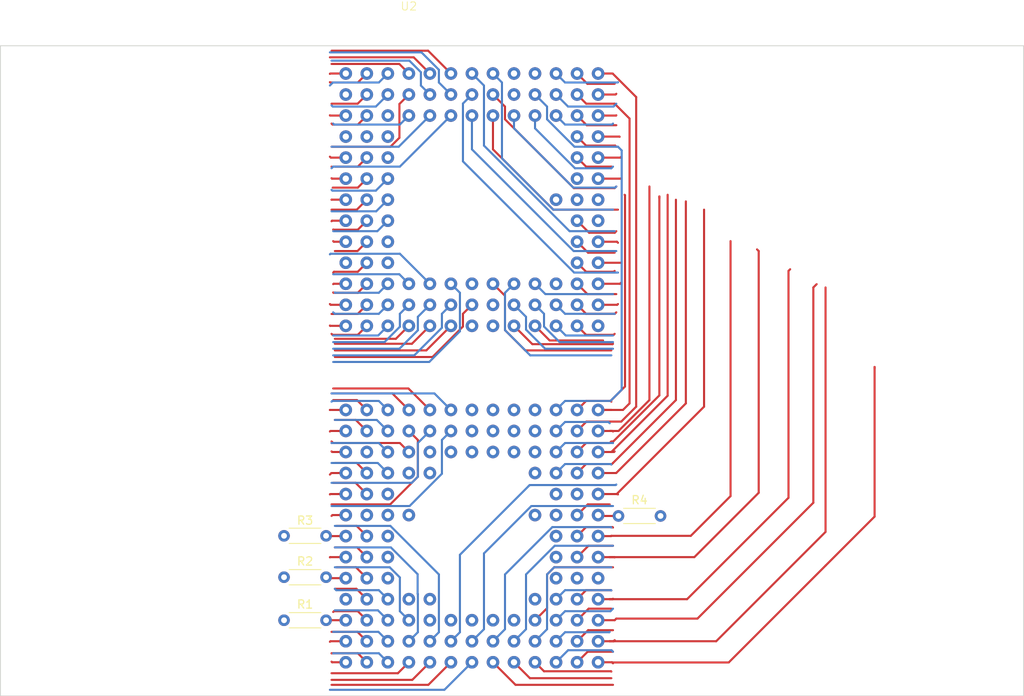
<source format=kicad_pcb>
(kicad_pcb (version 20240108) (generator "pcbnew") (generator_version "8.0")
  (layers (0 "F.Cu" signal) (1 "In1.Cu" signal) (2 "In2.Cu" signal) (31 "B.Cu" signal) (34 "B.Paste" user) (35 "F.Paste" user) (36 "B.SilkS" user "B.Silkscreen") (37 "F.SilkS" user "F.Silkscreen") (38 "B.Mask" user) (39 "F.Mask" user) (44 "Edge.Cuts" user))
  (net 0 "")
  (net 1 "VCC")
  (net 2 "Net-(U1-CBACK)")
  (net 3 "/BR")
  (net 4 "/A0")
  (net 5 "/A30")
  (net 6 "/A28")
  (net 7 "/A26")
  (net 8 "/A24")
  (net 9 "/A23")
  (net 10 "/A21")
  (net 11 "/A19")
  (net 12 "/A17")
  (net 13 "/A15")
  (net 14 "/A13")
  (net 15 "/A10")
  (net 16 "/RMC")
  (net 17 "/BG")
  (net 18 "/A31")
  (net 19 "/A29")
  (net 20 "/A27")
  (net 21 "/A25")
  (net 22 "/A22")
  (net 23 "/A20")
  (net 24 "/A16")
  (net 25 "/A14")
  (net 26 "/A12")
  (net 27 "/A8")
  (net 28 "/A7")
  (net 29 "/FC1")
  (net 31 "/BGACK")
  (net 32 "/A1")
  (net 33 "GND")
  (net 34 "/A18")
  (net 35 "/A11")
  (net 36 "/A9")
  (net 37 "/A5")
  (net 38 "/A4")
  (net 39 "/FC2")
  (net 40 "/FC0")
  (net 41 "/OCS")
  (net 42 "/A6")
  (net 43 "/A3")
  (net 44 "/A2")
  (net 45 "Net-(U1-CLK)")
  (net 46 "/AVEC")
  (net 47 "/IPEND")
  (net 48 "/DSACK0")
  (net 49 "/RESET")
  (net 50 "/DSACK1")
  (net 51 "/IPL2")
  (net 52 "/IPL1")
  (net 53 "/BERR")
  (net 54 "/HALT")
  (net 55 "Net-(U1-CDIS)")
  (net 56 "/IPL0")
  (net 57 "/AS")
  (net 61 "/DS")
  (net 62 "/SIZ0")
  (net 63 "/D5")
  (net 64 "/D1")
  (net 65 "/D0")
  (net 66 "/SIZ1")
  (net 67 "/R_W")
  (net 68 "/D30")
  (net 69 "/D10")
  (net 70 "/D7")
  (net 71 "/D4")
  (net 72 "/D2")
  (net 73 "/DBEN")
  (net 74 "/ECS")
  (net 75 "/D29")
  (net 76 "/D27")
  (net 77 "/D24")
  (net 78 "/D22")
  (net 79 "/D20")
  (net 80 "/D17")
  (net 81 "/D14")
  (net 82 "/D12")
  (net 83 "/D9")
  (net 84 "/D6")
  (net 85 "/D3")
  (net 86 "/D31")
  (net 87 "/D28")
  (net 88 "/D26")
  (net 89 "/D25")
  (net 90 "/D23")
  (net 91 "/D21")
  (net 92 "/D19")
  (net 93 "/D18")
  (net 94 "/D16")
  (net 95 "/D15")
  (net 96 "/D13")
  (net 97 "/D11")
  (net 98 "/D8")
  (net 99 "Net-(U1-CIIN)")
  (net 100 "Net-(U1-STERM)")
  (net 101 "Net-(U1-MMUDIS)")
  (footprint "Resistor_THT:R_Axial_DIN0204_L3.6mm_D1.6mm_P5.08mm_Horizontal" (layer "F.Cu") (at 119.54 110.2 180)
    (property "Reference" "R3")
    (property "Value" "R1k")
  )
  (footprint "68k:PGA114_68020" (layer "F.Cu") (at 129.54 46.734)
    (property "Reference" "U2")
    (property "Value" "68020")
  )
  (footprint "Resistor_THT:R_Axial_DIN0204_L3.6mm_D1.6mm_P5.08mm_Horizontal" (layer "F.Cu") (at 114.46 120.4)
    (property "Reference" "R1")
    (property "Value" "R1k")
  )
  (footprint "68k:PGA114_68030" (layer "F.Cu") (at 132.08 87.374)
    (property "Reference" "U1" (hide yes))
    (property "Value" "68030" (hide yes))
  )
  (footprint "Resistor_THT:R_Axial_DIN0204_L3.6mm_D1.6mm_P5.08mm_Horizontal" (layer "F.Cu") (at 114.46 115.2)
    (property "Reference" "R2")
    (property "Value" "R1k")
  )
  (footprint "Resistor_THT:R_Axial_DIN0204_L3.6mm_D1.6mm_P5.08mm_Horizontal" (layer "F.Cu") (at 154.86 107.8)
    (property "Reference" "R4")
    (property "Value" "R1k")
  )
  (gr_rect (start 80.2 51) (end 203.8 129.54) (stroke (width 0.1)) (fill none) (layer "Edge.Cuts"))
  (segment (start 121.92 115.314) (end 119.654 115.314) (width 0.25) (layer "F.Cu") (net 2))
  (segment (start 121.92 94.994) (end 120.006 94.994) (width 0.25) (layer "F.Cu") (net 3))
  (segment (start 120 95) (end 120.006 94.994) (width 0.25) (layer "F.Cu") (net 3))
  (segment (start 125.547 58.347) (end 120.347 58.347) (width 0.25) (layer "B.Cu") (net 3))
  (segment (start 120.347 58.347) (end 120.2 58.2) (width 0.25) (layer "B.Cu") (net 3))
  (segment (start 127 56.894) (end 125.547 58.347) (width 0.25) (layer "B.Cu") (net 3))
  (segment (start 124.46 94.994) (end 123.266 93.8) (width 0.25) (layer "F.Cu") (net 4))
  (segment (start 123.266 93.8) (end 120.4 93.8) (width 0.25) (layer "F.Cu") (net 4))
  (segment (start 128.453 60.521) (end 120.521 60.521) (width 0.25) (layer "B.Cu") (net 4))
  (segment (start 129.54 59.434) (end 128.453 60.521) (width 0.25) (layer "B.Cu") (net 4))
  (segment (start 120.521 60.521) (end 120.4 60.4) (width 0.25) (layer "B.Cu") (net 4))
  (segment (start 128.4 62.111251) (end 127.311251 63.2) (width 0.25) (layer "F.Cu") (net 5))
  (segment (start 128.4 58.034) (end 128.4 62.111251) (width 0.25) (layer "F.Cu") (net 5))
  (segment (start 129.54 56.894) (end 128.4 58.034) (width 0.25) (layer "F.Cu") (net 5))
  (segment (start 127.311251 63.2) (end 120.2 63.2) (width 0.25) (layer "F.Cu") (net 5))
  (segment (start 125.913 93.907) (end 120.293 93.907) (width 0.25) (layer "B.Cu") (net 5))
  (segment (start 120.293 93.907) (end 120.2 94) (width 0.25) (layer "B.Cu") (net 5))
  (segment (start 127 94.994) (end 125.913 93.907) (width 0.25) (layer "B.Cu") (net 5))
  (segment (start 129.54 54.354) (end 128.386 53.2) (width 0.25) (layer "F.Cu") (net 6))
  (segment (start 129.54 94.994) (end 127.546 93) (width 0.25) (layer "F.Cu") (net 6))
  (segment (start 128.386 53.2) (end 120.2 53.2) (width 0.25) (layer "F.Cu") (net 6))
  (segment (start 127.546 93) (end 120.2 93) (width 0.25) (layer "F.Cu") (net 6))
  (segment (start 130.126 52.4) (end 120 52.4) (width 0.25) (layer "F.Cu") (net 7))
  (segment (start 132.08 94.994) (end 129.486 92.4) (width 0.25) (layer "F.Cu") (net 7))
  (segment (start 132.08 54.354) (end 130.126 52.4) (width 0.25) (layer "F.Cu") (net 7))
  (segment (start 129.486 92.4) (end 120.4 92.4) (width 0.25) (layer "F.Cu") (net 7))
  (segment (start 133.167 55.441) (end 133.167 53.903749) (width 0.25) (layer "B.Cu") (net 8))
  (segment (start 131.063251 51.8) (end 120 51.8) (width 0.25) (layer "B.Cu") (net 8))
  (segment (start 133.167 53.903749) (end 131.063251 51.8) (width 0.25) (layer "B.Cu") (net 8))
  (segment (start 134.62 56.894) (end 133.167 55.441) (width 0.25) (layer "B.Cu") (net 8))
  (segment (start 132.626 93) (end 120.2 93) (width 0.25) (layer "B.Cu") (net 8))
  (segment (start 134.62 94.994) (end 132.626 93) (width 0.25) (layer "B.Cu") (net 8))
  (segment (start 131.866 51.6) (end 120.2 51.6) (width 0.25) (layer "F.Cu") (net 9))
  (segment (start 134.62 54.354) (end 131.866 51.6) (width 0.25) (layer "F.Cu") (net 9))
  (segment (start 137.16 63.511251) (end 149.448749 75.8) (width 0.25) (layer "B.Cu") (net 10))
  (segment (start 149.448749 75.8) (end 154.6 75.8) (width 0.25) (layer "B.Cu") (net 10))
  (segment (start 137.16 59.434) (end 137.16 63.511251) (width 0.25) (layer "B.Cu") (net 10))
  (segment (start 146.988749 70.8) (end 154.2 70.8) (width 0.25) (layer "B.Cu") (net 11))
  (segment (start 140.787 64.598251) (end 146.988749 70.8) (width 0.25) (layer "B.Cu") (net 11))
  (segment (start 140.787 55.441) (end 140.787 64.598251) (width 0.25) (layer "B.Cu") (net 11))
  (segment (start 139.7 54.354) (end 140.787 55.441) (width 0.25) (layer "B.Cu") (net 11))
  (segment (start 139.7 59.434) (end 139.7 63.511251) (width 0.25) (layer "F.Cu") (net 12))
  (segment (start 139.7 63.511251) (end 146.988749 70.8) (width 0.25) (layer "F.Cu") (net 12))
  (segment (start 146.988749 70.8) (end 154.8 70.8) (width 0.25) (layer "F.Cu") (net 12))
  (segment (start 148.407 93.907) (end 153.893 93.907) (width 0.25) (layer "B.Cu") (net 13))
  (segment (start 155.25 92.55) (end 155.25 63.65) (width 0.25) (layer "B.Cu") (net 13))
  (segment (start 155.25 63.65) (end 154.8 63.2) (width 0.25) (layer "B.Cu") (net 13))
  (segment (start 146.233 58.347) (end 144.78 56.894) (width 0.25) (layer "B.Cu") (net 13))
  (segment (start 147.32 94.994) (end 148.407 93.907) (width 0.25) (layer "B.Cu") (net 13))
  (segment (start 153.893 93.907) (end 155.25 92.55) (width 0.25) (layer "B.Cu") (net 13))
  (segment (start 149.548749 63.2) (end 146.233 59.884251) (width 0.25) (layer "B.Cu") (net 13))
  (segment (start 146.233 59.884251) (end 146.233 58.347) (width 0.25) (layer "B.Cu") (net 13))
  (segment (start 154.8 63.2) (end 149.548749 63.2) (width 0.25) (layer "B.Cu") (net 13))
  (segment (start 153.907 93.907) (end 154 94) (width 0.25) (layer "F.Cu") (net 14))
  (segment (start 149.86 94.994) (end 150.947 93.907) (width 0.25) (layer "F.Cu") (net 14))
  (segment (start 153.907 93.907) (end 155.65 92.164) (width 0.25) (layer "F.Cu") (net 14))
  (segment (start 155.6 69) (end 155.65 69.05) (width 0.25) (layer "F.Cu") (net 14))
  (segment (start 150.947 93.907) (end 153.907 93.907) (width 0.25) (layer "F.Cu") (net 14))
  (segment (start 155.65 92.164) (end 155.65 69.05) (width 0.25) (layer "F.Cu") (net 14))
  (segment (start 147.32 56.894) (end 148.773 58.347) (width 0.25) (layer "B.Cu") (net 14))
  (segment (start 148.773 58.347) (end 154.253 58.347) (width 0.25) (layer "B.Cu") (net 14))
  (segment (start 154.253 58.347) (end 154.6 58) (width 0.25) (layer "B.Cu") (net 14))
  (segment (start 156.2 59.8) (end 154.4 58) (width 0.25) (layer "F.Cu") (net 15))
  (segment (start 152.4 94.994) (end 153.994 94.994) (width 0.25) (layer "F.Cu") (net 15))
  (segment (start 155.406 94.994) (end 156.2 94.2) (width 0.25) (layer "F.Cu") (net 15))
  (segment (start 149.86 56.894) (end 150.966 58) (width 0.25) (layer "F.Cu") (net 15))
  (segment (start 150.966 58) (end 154.4 58) (width 0.25) (layer "F.Cu") (net 15))
  (segment (start 154 95) (end 153.994 94.994) (width 0.25) (layer "F.Cu") (net 15))
  (segment (start 156.2 94.2) (end 156.2 59.8) (width 0.25) (layer "F.Cu") (net 15))
  (segment (start 152.4 94.994) (end 155.406 94.994) (width 0.25) (layer "F.Cu") (net 15))
  (segment (start 124.46 64.514) (end 123.373 65.601) (width 0.25) (layer "F.Cu") (net 16))
  (segment (start 120 97.6) (end 120.066 97.534) (width 0.25) (layer "F.Cu") (net 16))
  (segment (start 120.201 65.601) (end 120.2 65.6) (width 0.25) (layer "F.Cu") (net 16))
  (segment (start 123.373 65.601) (end 120.6 65.601) (width 0.25) (layer "F.Cu") (net 16))
  (segment (start 121.92 97.534) (end 120.066 97.534) (width 0.25) (layer "F.Cu") (net 16))
  (segment (start 123.354 58) (end 120.2 58) (width 0.25) (layer "F.Cu") (net 17))
  (segment (start 124.46 56.894) (end 123.354 58) (width 0.25) (layer "F.Cu") (net 17))
  (segment (start 124.46 97.534) (end 123.126 96.2) (width 0.25) (layer "F.Cu") (net 17))
  (segment (start 123.126 96.2) (end 120.6 96.2) (width 0.25) (layer "F.Cu") (net 17))
  (segment (start 125.913 55.441) (end 120.359 55.441) (width 0.25) (layer "B.Cu") (net 18))
  (segment (start 127 54.354) (end 125.913 55.441) (width 0.25) (layer "B.Cu") (net 18))
  (segment (start 127 97.534) (end 125.666 96.2) (width 0.25) (layer "B.Cu") (net 18))
  (segment (start 120.359 55.441) (end 120 55.8) (width 0.25) (layer "B.Cu") (net 18))
  (segment (start 125.666 96.2) (end 120.6 96.2) (width 0.25) (layer "B.Cu") (net 18))
  (segment (start 130.627 98.621) (end 130.627 103.064251) (width 0.25) (layer "F.Cu") (net 19))
  (segment (start 130.627 103.064251) (end 127.291251 106.4) (width 0.25) (layer "F.Cu") (net 19))
  (segment (start 127.291251 106.4) (end 120.2 106.4) (width 0.25) (layer "F.Cu") (net 19))
  (segment (start 129.54 97.534) (end 130.627 98.621) (width 0.25) (layer "F.Cu") (net 19))
  (segment (start 128.314 63.2) (end 120.2 63.2) (width 0.25) (layer "B.Cu") (net 19))
  (segment (start 132.08 59.434) (end 128.314 63.2) (width 0.25) (layer "B.Cu") (net 19))
  (segment (start 130.627 103.064251) (end 129.891251 103.8) (width 0.25) (layer "B.Cu") (net 20))
  (segment (start 130.993 55.807) (end 130.993 54.193) (width 0.25) (layer "B.Cu") (net 20))
  (segment (start 129.6 52.8) (end 120.2 52.8) (width 0.25) (layer "B.Cu") (net 20))
  (segment (start 130.627 98.987) (end 130.627 103.064251) (width 0.25) (layer "B.Cu") (net 20))
  (segment (start 132.08 97.534) (end 130.627 98.987) (width 0.25) (layer "B.Cu") (net 20))
  (segment (start 129.891251 103.8) (end 120.2 103.8) (width 0.25) (layer "B.Cu") (net 20))
  (segment (start 130.993 54.193) (end 129.6 52.8) (width 0.25) (layer "B.Cu") (net 20))
  (segment (start 132.08 56.894) (end 130.993 55.807) (width 0.25) (layer "B.Cu") (net 20))
  (segment (start 133.533 98.621) (end 133.533 102.698251) (width 0.25) (layer "B.Cu") (net 21))
  (segment (start 134.62 59.434) (end 128.453 65.601) (width 0.25) (layer "B.Cu") (net 21))
  (segment (start 133.533 102.698251) (end 129.631251 106.6) (width 0.25) (layer "B.Cu") (net 21))
  (segment (start 120.399 65.601) (end 120.2 65.8) (width 0.25) (layer "B.Cu") (net 21))
  (segment (start 134.62 97.534) (end 133.533 98.621) (width 0.25) (layer "B.Cu") (net 21))
  (segment (start 129.631251 106.6) (end 120.2 106.6) (width 0.25) (layer "B.Cu") (net 21))
  (segment (start 128.453 65.601) (end 120.399 65.601) (width 0.25) (layer "B.Cu") (net 21))
  (segment (start 138.613 55.807) (end 138.613 63.060647) (width 0.25) (layer "B.Cu") (net 22))
  (segment (start 138.613 63.060647) (end 148.952353 73.4) (width 0.25) (layer "B.Cu") (net 22))
  (segment (start 137.16 54.354) (end 138.613 55.807) (width 0.25) (layer "B.Cu") (net 22))
  (segment (start 148.952353 73.4) (end 154.4 73.4) (width 0.25) (layer "B.Cu") (net 22))
  (segment (start 136.073 64.964251) (end 149.508749 78.4) (width 0.25) (layer "B.Cu") (net 23))
  (segment (start 137.16 56.894) (end 136.073 57.981) (width 0.25) (layer "B.Cu") (net 23))
  (segment (start 136.073 57.981) (end 136.073 64.964251) (width 0.25) (layer "B.Cu") (net 23))
  (segment (start 149.508749 78.4) (end 154.8 78.4) (width 0.25) (layer "B.Cu") (net 23))
  (segment (start 142.24 60.971251) (end 149.409749 68.141) (width 0.25) (layer "B.Cu") (net 24))
  (segment (start 154.459 68.141) (end 154.6 68) (width 0.25) (layer "B.Cu") (net 24))
  (segment (start 149.409749 68.141) (end 154.459 68.141) (width 0.25) (layer "B.Cu") (net 24))
  (segment (start 142.24 59.434) (end 142.24 60.971251) (width 0.25) (layer "B.Cu") (net 24))
  (segment (start 148.407 55.441) (end 154.759 55.441) (width 0.25) (layer "B.Cu") (net 25))
  (segment (start 147.32 54.354) (end 148.407 55.441) (width 0.25) (layer "B.Cu") (net 25))
  (segment (start 154.759 55.441) (end 154.8 55.4) (width 0.25) (layer "B.Cu") (net 25))
  (segment (start 149.608749 65.8) (end 154 65.8) (width 0.25) (layer "B.Cu") (net 26))
  (segment (start 153.647 96.447) (end 153.8 96.6) (width 0.25) (layer "B.Cu") (net 26))
  (segment (start 147.32 97.534) (end 148.407 96.447) (width 0.25) (layer "B.Cu") (net 26))
  (segment (start 154 65.8) (end 154.2 65.6) (width 0.25) (layer "B.Cu") (net 26))
  (segment (start 144.78 60.971251) (end 149.608749 65.8) (width 0.25) (layer "B.Cu") (net 26))
  (segment (start 144.78 59.434) (end 144.78 60.971251) (width 0.25) (layer "B.Cu") (net 26))
  (segment (start 148.407 96.447) (end 153.647 96.447) (width 0.25) (layer "B.Cu") (net 26))
  (segment (start 157 57.2) (end 154.154 54.354) (width 0.25) (layer "F.Cu") (net 27))
  (segment (start 154.154 54.354) (end 152.4 54.354) (width 0.25) (layer "F.Cu") (net 27))
  (segment (start 155.2 96.4) (end 157 94.6) (width 0.25) (layer "F.Cu") (net 27))
  (segment (start 149.86 97.534) (end 150.994 96.4) (width 0.25) (layer "F.Cu") (net 27))
  (segment (start 150.994 96.4) (end 155.2 96.4) (width 0.25) (layer "F.Cu") (net 27))
  (segment (start 157 94.6) (end 157 57.2) (width 0.25) (layer "F.Cu") (net 27))
  (segment (start 154.866 97.534) (end 158.6 93.8) (width 0.25) (layer "F.Cu") (net 28))
  (segment (start 154 97.534) (end 154.134 97.534) (width 0.25) (layer "F.Cu") (net 28))
  (segment (start 149.86 59.434) (end 151.026 60.6) (width 0.25) (layer "F.Cu") (net 28))
  (segment (start 153.8 97.534) (end 154.866 97.534) (width 0.25) (layer "F.Cu") (net 28))
  (segment (start 158.6 93.8) (end 158.6 68) (width 0.25) (layer "F.Cu") (net 28))
  (segment (start 154 97.534) (end 153.8 97.534) (width 0.25) (layer "F.Cu") (net 28))
  (segment (start 152.4 97.534) (end 154 97.534) (width 0.25) (layer "F.Cu") (net 28))
  (segment (start 151.026 60.6) (end 154.6 60.6) (width 0.25) (layer "F.Cu") (net 28))
  (segment (start 154.134 97.534) (end 154.2 97.6) (width 0.25) (layer "F.Cu") (net 28))
  (segment (start 121.92 100.074) (end 120.274 100.074) (width 0.25) (layer "F.Cu") (net 29))
  (segment (start 120.274 100.074) (end 120.2 100) (width 0.25) (layer "F.Cu") (net 29))
  (segment (start 127 67.054) (end 125.547 68.507) (width 0.25) (layer "B.Cu") (net 29))
  (segment (start 125.547 68.507) (end 120.307 68.507) (width 0.25) (layer "B.Cu") (net 29))
  (segment (start 120.307 68.507) (end 120.2 68.4) (width 0.25) (layer "B.Cu") (net 29))
  (segment (start 120.046 54.354) (end 120 54.4) (width 0.25) (layer "F.Cu") (net 31))
  (segment (start 121.92 54.354) (end 120.046 54.354) (width 0.25) (layer "F.Cu") (net 31))
  (segment (start 127 100.074) (end 125.913 98.987) (width 0.25) (layer "B.Cu") (net 31))
  (segment (start 120.2 99) (end 120.213 98.987) (width 0.25) (layer "B.Cu") (net 31))
  (segment (start 125.913 98.987) (end 120.213 98.987) (width 0.25) (layer "B.Cu") (net 31))
  (segment (start 120.387 98.987) (end 120.2 98.8) (width 0.25) (layer "F.Cu") (net 32))
  (segment (start 123.373 55.441) (end 120.041 55.441) (width 0.25) (layer "F.Cu") (net 32))
  (segment (start 124.46 54.354) (end 123.373 55.441) (width 0.25) (layer "F.Cu") (net 32))
  (segment (start 128.453 98.987) (end 120.387 98.987) (width 0.25) (layer "F.Cu") (net 32))
  (segment (start 129.54 100.074) (end 128.453 98.987) (width 0.25) (layer "F.Cu") (net 32))
  (segment (start 120.041 55.441) (end 120 55.4) (width 0.25) (layer "F.Cu") (net 32))
  (segment (start 141.153 58.347) (end 141.153 59.884251) (width 0.25) (layer "F.Cu") (net 34))
  (segment (start 149.468749 68.2) (end 154.4 68.2) (width 0.25) (layer "F.Cu") (net 34))
  (segment (start 139.7 56.894) (end 141.153 58.347) (width 0.25) (layer "F.Cu") (net 34))
  (segment (start 154.4 68.2) (end 154.6 68) (width 0.25) (layer "F.Cu") (net 34))
  (segment (start 141.153 59.884251) (end 149.468749 68.2) (width 0.25) (layer "F.Cu") (net 34))
  (segment (start 151.106 55.6) (end 154.4 55.6) (width 0.25) (layer "F.Cu") (net 35))
  (segment (start 149.86 54.354) (end 151.106 55.6) (width 0.25) (layer "F.Cu") (net 35))
  (segment (start 148.407 98.987) (end 154.187 98.987) (width 0.25) (layer "B.Cu") (net 36))
  (segment (start 154.079 60.521) (end 154.2 60.4) (width 0.25) (layer "B.Cu") (net 36))
  (segment (start 148.407 60.521) (end 154.079 60.521) (width 0.25) (layer "B.Cu") (net 36))
  (segment (start 154.187 98.987) (end 154.2 99) (width 0.25) (layer "B.Cu") (net 36))
  (segment (start 147.32 59.434) (end 148.407 60.521) (width 0.25) (layer "B.Cu") (net 36))
  (segment (start 147.32 100.074) (end 148.407 98.987) (width 0.25) (layer "B.Cu") (net 36))
  (segment (start 150.947 98.987) (end 153.813 98.987) (width 0.25) (layer "F.Cu") (net 37))
  (segment (start 149.86 100.074) (end 150.947 98.987) (width 0.25) (layer "F.Cu") (net 37))
  (segment (start 153.813 98.987) (end 154 98.8) (width 0.25) (layer "F.Cu") (net 37))
  (segment (start 154.566 59.434) (end 154.6 59.4) (width 0.25) (layer "F.Cu") (net 37))
  (segment (start 159.8 69.2) (end 159.8 69.4) (width 0.25) (layer "F.Cu") (net 37))
  (segment (start 152.4 59.434) (end 154.566 59.434) (width 0.25) (layer "F.Cu") (net 37))
  (segment (start 154 98.8) (end 154.236396 98.8) (width 0.25) (layer "F.Cu") (net 37))
  (segment (start 154.236396 98.8) (end 159.8 93.236396) (width 0.25) (layer "F.Cu") (net 37))
  (segment (start 159.8 93.236396) (end 159.8 69.2) (width 0.25) (layer "F.Cu") (net 37))
  (segment (start 154.4 100) (end 154.326 100.074) (width 0.25) (layer "F.Cu") (net 38))
  (segment (start 152.4 100.074) (end 154 100.074) (width 0.25) (layer "F.Cu") (net 38))
  (segment (start 154.461 63.061) (end 154.6 63.2) (width 0.25) (layer "F.Cu") (net 38))
  (segment (start 160.8 93.274) (end 160.8 69) (width 0.25) (layer "F.Cu") (net 38))
  (segment (start 154 100.074) (end 154.326 100.074) (width 0.25) (layer "F.Cu") (net 38))
  (segment (start 150.947 63.061) (end 154.461 63.061) (width 0.25) (layer "F.Cu") (net 38))
  (segment (start 149.86 61.974) (end 150.947 63.061) (width 0.25) (layer "F.Cu") (net 38))
  (segment (start 154 100.074) (end 160.8 93.274) (width 0.25) (layer "F.Cu") (net 38))
  (segment (start 124.46 67.054) (end 123.373 68.141) (width 0.25) (layer "F.Cu") (net 39))
  (segment (start 121.92 102.614) (end 120.186 102.614) (width 0.25) (layer "F.Cu") (net 39))
  (segment (start 123.373 68.141) (end 120.341 68.141) (width 0.25) (layer "F.Cu") (net 39))
  (segment (start 120.186 102.614) (end 120 102.8) (width 0.25) (layer "F.Cu") (net 39))
  (segment (start 123.246 101.4) (end 120.6 101.4) (width 0.25) (layer "F.Cu") (net 40))
  (segment (start 124.46 102.614) (end 123.246 101.4) (width 0.25) (layer "F.Cu") (net 40))
  (segment (start 120.114 64.514) (end 120 64.4) (width 0.25) (layer "F.Cu") (net 40))
  (segment (start 121.92 64.514) (end 120.114 64.514) (width 0.25) (layer "F.Cu") (net 40))
  (segment (start 155.2 64.4) (end 155.086 64.514) (width 0.25) (layer "F.Cu") (net 41))
  (segment (start 152.4 64.514) (end 155.086 64.514) (width 0.25) (layer "F.Cu") (net 41))
  (segment (start 127 102.614) (end 125.786 101.4) (width 0.25) (layer "B.Cu") (net 41))
  (segment (start 125.786 101.4) (end 120.2 101.4) (width 0.25) (layer "B.Cu") (net 41))
  (segment (start 152.4 56.894) (end 154.506 56.894) (width 0.25) (layer "F.Cu") (net 42))
  (segment (start 154.506 56.894) (end 154.6 56.8) (width 0.25) (layer "F.Cu") (net 42))
  (segment (start 153.927 101.527) (end 154 101.6) (width 0.25) (layer "B.Cu") (net 42))
  (segment (start 148.407 101.527) (end 153.927 101.527) (width 0.25) (layer "B.Cu") (net 42))
  (segment (start 147.32 102.614) (end 148.407 101.527) (width 0.25) (layer "B.Cu") (net 42))
  (segment (start 154.073 101.527) (end 154.2 101.4) (width 0.25) (layer "F.Cu") (net 43))
  (segment (start 154.2 101.4) (end 161.8 93.8) (width 0.25) (layer "F.Cu") (net 43))
  (segment (start 154.974 61.974) (end 155 62) (width 0.25) (layer "F.Cu") (net 43))
  (segment (start 161.8 93.8) (end 161.8 69.6) (width 0.25) (layer "F.Cu") (net 43))
  (segment (start 150.947 101.527) (end 154.073 101.527) (width 0.25) (layer "F.Cu") (net 43))
  (segment (start 149.86 102.614) (end 150.947 101.527) (width 0.25) (layer "F.Cu") (net 43))
  (segment (start 152.4 61.974) (end 154.974 61.974) (width 0.25) (layer "F.Cu") (net 43))
  (segment (start 150.947 65.601) (end 153.999 65.601) (width 0.25) (layer "F.Cu") (net 44))
  (segment (start 152.4 102.614) (end 154.586 102.614) (width 0.25) (layer "F.Cu") (net 44))
  (segment (start 163 94.2) (end 163 69.8) (width 0.25) (layer "F.Cu") (net 44))
  (segment (start 154.6 102.6) (end 154.586 102.614) (width 0.25) (layer "F.Cu") (net 44))
  (segment (start 154 65.6) (end 153.999 65.601) (width 0.25) (layer "F.Cu") (net 44))
  (segment (start 149.86 64.514) (end 150.947 65.601) (width 0.25) (layer "F.Cu") (net 44))
  (segment (start 154.586 102.614) (end 163 94.2) (width 0.25) (layer "F.Cu") (net 44))
  (segment (start 121.92 105.154) (end 120.046 105.154) (width 0.25) (layer "F.Cu") (net 45))
  (segment (start 120.321 60.521) (end 120.2 60.4) (width 0.25) (layer "F.Cu") (net 45))
  (segment (start 123.373 60.521) (end 120.321 60.521) (width 0.25) (layer "F.Cu") (net 45))
  (segment (start 120.046 105.154) (end 120 105.2) (width 0.25) (layer "F.Cu") (net 45))
  (segment (start 124.46 59.434) (end 123.373 60.521) (width 0.25) (layer "F.Cu") (net 45))
  (segment (start 124.46 105.154) (end 123.106 103.8) (width 0.25) (layer "F.Cu") (net 46))
  (segment (start 124.46 72.134) (end 123.373 73.221) (width 0.25) (layer "F.Cu") (net 46))
  (segment (start 120.421 73.221) (end 120.4 73.2) (width 0.25) (layer "F.Cu") (net 46))
  (segment (start 123.373 73.221) (end 120.421 73.221) (width 0.25) (layer "F.Cu") (net 46))
  (segment (start 123.106 103.8) (end 120.4 103.8) (width 0.25) (layer "F.Cu") (net 46))
  (segment (start 152.4 67.054) (end 155.146 67.054) (width 0.25) (layer "F.Cu") (net 47))
  (segment (start 165.2 94.6) (end 165.2 70.8) (width 0.25) (layer "F.Cu") (net 47))
  (segment (start 155.2 67) (end 155.146 67.054) (width 0.25) (layer "F.Cu") (net 47))
  (segment (start 154.646 105.154) (end 154.754 105.154) (width 0.25) (layer "F.Cu") (net 47))
  (segment (start 154.754 105.154) (end 154.8 105.2) (width 0.25) (layer "F.Cu") (net 47))
  (segment (start 152.4 105.154) (end 154.646 105.154) (width 0.25) (layer "F.Cu") (net 47))
  (segment (start 154.646 105.154) (end 165.2 94.6) (width 0.25) (layer "F.Cu") (net 47))
  (segment (start 121.92 107.694) (end 120.306 107.694) (width 0.25) (layer "F.Cu") (net 48))
  (segment (start 120.306 107.694) (end 120.2 107.8) (width 0.25) (layer "F.Cu") (net 48))
  (segment (start 125.734 73.4) (end 120.4 73.4) (width 0.25) (layer "B.Cu") (net 48))
  (segment (start 127 72.134) (end 125.734 73.4) (width 0.25) (layer "B.Cu") (net 48))
  (segment (start 151.154 106.4) (end 153.8 106.4) (width 0.25) (layer "F.Cu") (net 49))
  (segment (start 121.92 59.434) (end 120.034 59.434) (width 0.25) (layer "F.Cu") (net 49))
  (segment (start 120.034 59.434) (end 120 59.4) (width 0.25) (layer "F.Cu") (net 49))
  (segment (start 149.86 107.694) (end 151.154 106.4) (width 0.25) (layer "F.Cu") (net 49))
  (segment (start 120.474 74.674) (end 120.4 74.6) (width 0.25) (layer "F.Cu") (net 50))
  (segment (start 123.226 109) (end 120.8 109) (width 0.25) (layer "F.Cu") (net 50))
  (segment (start 121.92 74.674) (end 120.474 74.674) (width 0.25) (layer "F.Cu") (net 50))
  (segment (start 124.46 110.234) (end 123.226 109) (width 0.25) (layer "F.Cu") (net 50))
  (segment (start 150.947 109.147) (end 154.147 109.147) (width 0.25) (layer "F.Cu") (net 51))
  (segment (start 151.313 73.587) (end 154.413 73.587) (width 0.25) (layer "F.Cu") (net 51))
  (segment (start 154.147 109.147) (end 154.2 109.2) (width 0.25) (layer "F.Cu") (net 51))
  (segment (start 154.413 73.587) (end 154.6 73.4) (width 0.25) (layer "F.Cu") (net 51))
  (segment (start 149.86 110.234) (end 150.947 109.147) (width 0.25) (layer "F.Cu") (net 51))
  (segment (start 149.86 72.134) (end 151.313 73.587) (width 0.25) (layer "F.Cu") (net 51))
  (segment (start 154.674 74.674) (end 154.8 74.8) (width 0.25) (layer "F.Cu") (net 52))
  (segment (start 152.4 110.234) (end 153.966 110.234) (width 0.25) (layer "F.Cu") (net 52))
  (segment (start 168.4 105.4) (end 168.4 74.6) (width 0.25) (layer "F.Cu") (net 52))
  (segment (start 154 110.2) (end 153.966 110.234) (width 0.25) (layer "F.Cu") (net 52))
  (segment (start 163.6 110.2) (end 168.4 105.4) (width 0.25) (layer "F.Cu") (net 52))
  (segment (start 154 110.2) (end 163.6 110.2) (width 0.25) (layer "F.Cu") (net 52))
  (segment (start 152.4 74.674) (end 154.674 74.674) (width 0.25) (layer "F.Cu") (net 52))
  (segment (start 123.334 75.8) (end 120.6 75.8) (width 0.25) (layer "F.Cu") (net 53))
  (segment (start 120.026 112.774) (end 120 112.8) (width 0.25) (layer "F.Cu") (net 53))
  (segment (start 121.92 112.774) (end 120.026 112.774) (width 0.25) (layer "F.Cu") (net 53))
  (segment (start 124.46 74.674) (end 123.334 75.8) (width 0.25) (layer "F.Cu") (net 53))
  (segment (start 124.46 77.214) (end 123.373 78.301) (width 0.25) (layer "F.Cu") (net 54))
  (segment (start 124.46 112.774) (end 123.286 111.6) (width 0.25) (layer "F.Cu") (net 54))
  (segment (start 120.499 78.301) (end 120.4 78.4) (width 0.25) (layer "F.Cu") (net 54))
  (segment (start 123.373 78.301) (end 120.499 78.301) (width 0.25) (layer "F.Cu") (net 54))
  (segment (start 123.286 111.6) (end 120.6 111.6) (width 0.25) (layer "F.Cu") (net 54))
  (segment (start 120.2 72.2) (end 120.266 72.134) (width 0.25) (layer "F.Cu") (net 55))
  (segment (start 121.92 72.134) (end 120.266 72.134) (width 0.25) (layer "F.Cu") (net 55))
  (segment (start 149.86 112.774) (end 151.234 111.4) (width 0.25) (layer "F.Cu") (net 55))
  (segment (start 151.234 111.4) (end 154.2 111.4) (width 0.25) (layer "F.Cu") (net 55))
  (segment (start 153.8 112.774) (end 154.374 112.774) (width 0.25) (layer "F.Cu") (net 56))
  (segment (start 164.026 112.774) (end 171.8 105) (width 0.25) (layer "F.Cu") (net 56))
  (segment (start 154.374 112.774) (end 154.4 112.8) (width 0.25) (layer "F.Cu") (net 56))
  (segment (start 153.8 112.774) (end 164.026 112.774) (width 0.25) (layer "F.Cu") (net 56))
  (segment (start 152.4 112.774) (end 153.8 112.774) (width 0.25) (layer "F.Cu") (net 56))
  (segment (start 171.8 105) (end 171.8 75.8) (width 0.25) (layer "F.Cu") (net 56))
  (segment (start 149.86 74.674) (end 151.186 76) (width 0.25) (layer "F.Cu") (net 56))
  (segment (start 171.8 75.8) (end 171.6 75.6) (width 0.25) (layer "F.Cu") (net 56))
  (segment (start 151.186 76) (end 154.4 76) (width 0.25) (layer "F.Cu") (net 56))
  (segment (start 121.92 79.754) (end 120.446 79.754) (width 0.25) (layer "F.Cu") (net 57))
  (segment (start 120.446 79.754) (end 120.4 79.8) (width 0.25) (layer "F.Cu") (net 57))
  (segment (start 123.146 114) (end 120.8 114) (width 0.25) (layer "F.Cu") (net 57))
  (segment (start 124.46 115.314) (end 123.146 114) (width 0.25) (layer "F.Cu") (net 57))
  (segment (start 123.206 116.6) (end 120.6 116.6) (width 0.25) (layer "F.Cu") (net 61))
  (segment (start 124.46 117.854) (end 123.206 116.6) (width 0.25) (layer "F.Cu") (net 61))
  (segment (start 121.92 82.294) (end 120.094 82.294) (width 0.25) (layer "F.Cu") (net 61))
  (segment (start 120 82.2) (end 120.094 82.294) (width 0.25) (layer "F.Cu") (net 61))
  (segment (start 124.46 69.594) (end 123.254 70.8) (width 0.25) (layer "F.Cu") (net 62))
  (segment (start 123.254 70.8) (end 120.2 70.8) (width 0.25) (layer "F.Cu") (net 62))
  (segment (start 125.913 116.767) (end 120.767 116.767) (width 0.25) (layer "B.Cu") (net 62))
  (segment (start 127 117.854) (end 125.913 116.767) (width 0.25) (layer "B.Cu") (net 62))
  (segment (start 120.767 116.767) (end 120.6 116.6) (width 0.25) (layer "B.Cu") (net 62))
  (segment (start 154.419 83.381) (end 154.6 83.2) (width 0.25) (layer "F.Cu") (net 63))
  (segment (start 149.86 82.294) (end 150.947 83.381) (width 0.25) (layer "F.Cu") (net 63))
  (segment (start 150.947 83.381) (end 154.419 83.381) (width 0.25) (layer "F.Cu") (net 63))
  (segment (start 147.32 117.854) (end 148.407 116.767) (width 0.25) (layer "B.Cu") (net 63))
  (segment (start 148.407 116.767) (end 153.967 116.767) (width 0.25) (layer "B.Cu") (net 63))
  (segment (start 153.967 116.767) (end 154 116.8) (width 0.25) (layer "B.Cu") (net 63))
  (segment (start 154.299 78.301) (end 154.4 78.2) (width 0.25) (layer "F.Cu") (net 64))
  (segment (start 153.967 116.767) (end 154 116.8) (width 0.25) (layer "F.Cu") (net 64))
  (segment (start 149.86 117.854) (end 150.947 116.767) (width 0.25) (layer "F.Cu") (net 64))
  (segment (start 150.947 78.301) (end 154.299 78.301) (width 0.25) (layer "F.Cu") (net 64))
  (segment (start 149.86 77.214) (end 150.947 78.301) (width 0.25) (layer "F.Cu") (net 64))
  (segment (start 150.947 116.767) (end 153.967 116.767) (width 0.25) (layer "F.Cu") (net 64))
  (segment (start 153.8 117.854) (end 154.146 117.854) (width 0.25) (layer "F.Cu") (net 65))
  (segment (start 155.2 77.2) (end 155.186 77.214) (width 0.25) (layer "F.Cu") (net 65))
  (segment (start 152.4 77.214) (end 155.186 77.214) (width 0.25) (layer "F.Cu") (net 65))
  (segment (start 175.4 78.2) (end 175.6 78) (width 0.25) (layer "F.Cu") (net 65))
  (segment (start 175.4 105.6) (end 175.4 78.2) (width 0.25) (layer "F.Cu") (net 65))
  (segment (start 153.8 117.854) (end 163.146 117.854) (width 0.25) (layer "F.Cu") (net 65))
  (segment (start 163.146 117.854) (end 175.4 105.6) (width 0.25) (layer "F.Cu") (net 65))
  (segment (start 152.4 117.854) (end 153.8 117.854) (width 0.25) (layer "F.Cu") (net 65))
  (segment (start 154.2 117.8) (end 154.146 117.854) (width 0.25) (layer "F.Cu") (net 65))
  (segment (start 124.46 120.394) (end 123.373 119.307) (width 0.25) (layer "F.Cu") (net 66))
  (segment (start 121.92 67.054) (end 120.254 67.054) (width 0.25) (layer "F.Cu") (net 66))
  (segment (start 123.373 119.307) (end 120.493 119.307) (width 0.25) (layer "F.Cu") (net 66))
  (segment (start 120.493 119.307) (end 120.4 119.4) (width 0.25) (layer "F.Cu") (net 66))
  (segment (start 120.254 67.054) (end 120.2 67) (width 0.25) (layer "F.Cu") (net 66))
  (segment (start 123.373 80.841) (end 120.441 80.841) (width 0.25) (layer "F.Cu") (net 67))
  (segment (start 120.441 80.841) (end 120.4 80.8) (width 0.25) (layer "F.Cu") (net 67))
  (segment (start 124.46 79.754) (end 123.373 80.841) (width 0.25) (layer "F.Cu") (net 67))
  (segment (start 127 120.394) (end 125.806 119.2) (width 0.25) (layer "B.Cu") (net 67))
  (segment (start 125.806 119.2) (end 120.6 119.2) (width 0.25) (layer "B.Cu") (net 67))
  (segment (start 120.641 80.841) (end 120.6 80.8) (width 0.25) (layer "B.Cu") (net 68))
  (segment (start 129.54 120.394) (end 128.453 119.307) (width 0.25) (layer "B.Cu") (net 68))
  (segment (start 127.223251 114) (end 120.6 114) (width 0.25) (layer "B.Cu") (net 68))
  (segment (start 128.453 119.307) (end 128.453 115.229749) (width 0.25) (layer "B.Cu") (net 68))
  (segment (start 128.453 115.229749) (end 127.223251 114) (width 0.25) (layer "B.Cu") (net 68))
  (segment (start 127 79.754) (end 125.913 80.841) (width 0.25) (layer "B.Cu") (net 68))
  (segment (start 125.913 80.841) (end 120.641 80.841) (width 0.25) (layer "B.Cu") (net 68))
  (segment (start 146.233 118.941) (end 146.233 114.863749) (width 0.25) (layer "F.Cu") (net 69))
  (segment (start 144.78 120.394) (end 146.233 118.941) (width 0.25) (layer "F.Cu") (net 69))
  (segment (start 147.096749 114) (end 154.2 114) (width 0.25) (layer "F.Cu") (net 69))
  (segment (start 146.233 114.863749) (end 147.096749 114) (width 0.25) (layer "F.Cu") (net 69))
  (segment (start 147.748749 86.8) (end 154.2 86.8) (width 0.25) (layer "B.Cu") (net 69))
  (segment (start 144.78 82.294) (end 145.867 83.381) (width 0.25) (layer "B.Cu") (net 69))
  (segment (start 145.867 84.918251) (end 147.748749 86.8) (width 0.25) (layer "B.Cu") (net 69))
  (segment (start 145.867 83.381) (end 145.867 84.918251) (width 0.25) (layer "B.Cu") (net 69))
  (segment (start 144.78 79.754) (end 146.026 81) (width 0.25) (layer "B.Cu") (net 70))
  (segment (start 153.893 119.307) (end 154.2 119) (width 0.25) (layer "B.Cu") (net 70))
  (segment (start 148.407 119.307) (end 153.893 119.307) (width 0.25) (layer "B.Cu") (net 70))
  (segment (start 147.32 120.394) (end 148.407 119.307) (width 0.25) (layer "B.Cu") (net 70))
  (segment (start 146.026 81) (end 154.2 81) (width 0.25) (layer "B.Cu") (net 70))
  (segment (start 151.254 119) (end 154 119) (width 0.25) (layer "F.Cu") (net 71))
  (segment (start 149.86 120.394) (end 151.254 119) (width 0.25) (layer "F.Cu") (net 71))
  (segment (start 152.4 82.294) (end 154.706 82.294) (width 0.25) (layer "F.Cu") (net 71))
  (segment (start 154.706 82.294) (end 154.8 82.2) (width 0.25) (layer "F.Cu") (net 71))
  (segment (start 154.6 120.2) (end 164.4 120.2) (width 0.25) (layer "F.Cu") (net 72))
  (segment (start 154.406 120.394) (end 154.6 120.2) (width 0.25) (layer "F.Cu") (net 72))
  (segment (start 152.4 120.394) (end 154.406 120.394) (width 0.25) (layer "F.Cu") (net 72))
  (segment (start 178.4 106.2) (end 178.4 80.2) (width 0.25) (layer "F.Cu") (net 72))
  (segment (start 152.4 79.754) (end 155.046 79.754) (width 0.25) (layer "F.Cu") (net 72))
  (segment (start 178.4 80.2) (end 178.8 79.8) (width 0.25) (layer "F.Cu") (net 72))
  (segment (start 155.046 79.754) (end 155.2 79.6) (width 0.25) (layer "F.Cu") (net 72))
  (segment (start 164.4 120.2) (end 178.4 106.2) (width 0.25) (layer "F.Cu") (net 72))
  (segment (start 120.066 122.934) (end 120 123) (width 0.25) (layer "F.Cu") (net 73))
  (segment (start 121.92 122.934) (end 120.066 122.934) (width 0.25) (layer "F.Cu") (net 73))
  (segment (start 127 69.594) (end 125.594 71) (width 0.25) (layer "B.Cu") (net 73))
  (segment (start 125.594 71) (end 120.2 71) (width 0.25) (layer "B.Cu") (net 73))
  (segment (start 123.326 121.8) (end 120.2 121.8) (width 0.25) (layer "F.Cu") (net 74))
  (segment (start 124.46 122.934) (end 123.326 121.8) (width 0.25) (layer "F.Cu") (net 74))
  (segment (start 120.2 69.6) (end 120.206 69.594) (width 0.25) (layer "F.Cu") (net 74))
  (segment (start 121.92 69.594) (end 120.206 69.594) (width 0.25) (layer "F.Cu") (net 74))
  (segment (start 124.46 82.294) (end 123.354 83.4) (width 0.25) (layer "F.Cu") (net 75))
  (segment (start 123.354 83.4) (end 120.2 83.4) (width 0.25) (layer "F.Cu") (net 75))
  (segment (start 127 122.934) (end 125.866 121.8) (width 0.25) (layer "B.Cu") (net 75))
  (segment (start 125.866 121.8) (end 120.4 121.8) (width 0.25) (layer "B.Cu") (net 75))
  (segment (start 130.627 117.227) (end 130.6 117.2) (width 0.25) (layer "B.Cu") (net 76))
  (segment (start 129.54 79.754) (end 128.386 78.6) (width 0.25) (layer "B.Cu") (net 76))
  (segment (start 130.6 114.836749) (end 127.363251 111.6) (width 0.25) (layer "B.Cu") (net 76))
  (segment (start 130.627 121.847) (end 130.627 117.227) (width 0.25) (layer "B.Cu") (net 76))
  (segment (start 127.363251 111.6) (end 120.6 111.6) (width 0.25) (layer "B.Cu") (net 76))
  (segment (start 129.54 122.934) (end 130.627 121.847) (width 0.25) (layer "B.Cu") (net 76))
  (segment (start 128.386 78.6) (end 120.4 78.6) (width 0.25) (layer "B.Cu") (net 76))
  (segment (start 130.6 117.2) (end 130.6 114.836749) (width 0.25) (layer "B.Cu") (net 76))
  (segment (start 126.6 86.8) (end 120.4 86.8) (width 0.25) (layer "B.Cu") (net 77))
  (segment (start 132.08 122.934) (end 133.167 121.847) (width 0.25) (layer "B.Cu") (net 77))
  (segment (start 129.54 82.294) (end 128.453 83.381) (width 0.25) (layer "B.Cu") (net 77))
  (segment (start 127.303251 109) (end 120.6 109) (width 0.25) (layer "B.Cu") (net 77))
  (segment (start 128.453 84.947) (end 126.6 86.8) (width 0.25) (layer "B.Cu") (net 77))
  (segment (start 133.167 121.847) (end 133.167 114.863749) (width 0.25) (layer "B.Cu") (net 77))
  (segment (start 128.453 83.381) (end 128.453 84.947) (width 0.25) (layer "B.Cu") (net 77))
  (segment (start 133.167 114.863749) (end 127.303251 109) (width 0.25) (layer "B.Cu") (net 77))
  (segment (start 127.974 86.4) (end 120.6 86.4) (width 0.25) (layer "F.Cu") (net 78))
  (segment (start 129.54 84.834) (end 127.974 86.4) (width 0.25) (layer "F.Cu") (net 78))
  (segment (start 134.62 122.934) (end 135.707 121.847) (width 0.25) (layer "B.Cu") (net 78))
  (segment (start 144.133 104.067) (end 154.533 104.067) (width 0.25) (layer "B.Cu") (net 78))
  (segment (start 154.533 104.067) (end 154.6 104) (width 0.25) (layer "B.Cu") (net 78))
  (segment (start 135.707 112.493) (end 144 104.2) (width 0.25) (layer "B.Cu") (net 78))
  (segment (start 135.707 121.847) (end 135.707 112.493) (width 0.25) (layer "B.Cu") (net 78))
  (segment (start 144 104.2) (end 144.133 104.067) (width 0.25) (layer "B.Cu") (net 78))
  (segment (start 129.914 87) (end 120.6 87) (width 0.25) (layer "F.Cu") (net 79))
  (segment (start 132.08 84.834) (end 129.914 87) (width 0.25) (layer "F.Cu") (net 79))
  (segment (start 144.336749 106.6) (end 154.2 106.6) (width 0.25) (layer "B.Cu") (net 79))
  (segment (start 138.613 121.481) (end 138.613 112.323749) (width 0.25) (layer "B.Cu") (net 79))
  (segment (start 138.613 112.323749) (end 144.336749 106.6) (width 0.25) (layer "B.Cu") (net 79))
  (segment (start 137.16 122.934) (end 138.613 121.481) (width 0.25) (layer "B.Cu") (net 79))
  (segment (start 131.654 87.8) (end 120.6 87.8) (width 0.25) (layer "F.Cu") (net 80))
  (segment (start 134.62 84.834) (end 131.654 87.8) (width 0.25) (layer "F.Cu") (net 80))
  (segment (start 141.153 121.481) (end 141.153 114.863749) (width 0.25) (layer "B.Cu") (net 80))
  (segment (start 141.153 114.863749) (end 146.869749 109.147) (width 0.25) (layer "B.Cu") (net 80))
  (segment (start 139.7 122.934) (end 141.153 121.481) (width 0.25) (layer "B.Cu") (net 80))
  (segment (start 146.869749 109.147) (end 153.947 109.147) (width 0.25) (layer "B.Cu") (net 80))
  (segment (start 153.947 109.147) (end 154 109.2) (width 0.25) (layer "B.Cu") (net 80))
  (segment (start 144.456 87.05) (end 154.15 87.05) (width 0.25) (layer "F.Cu") (net 81))
  (segment (start 154.15 87.05) (end 154.2 87) (width 0.25) (layer "F.Cu") (net 81))
  (segment (start 142.24 84.834) (end 144.456 87.05) (width 0.25) (layer "F.Cu") (net 81))
  (segment (start 142.24 122.934) (end 143.693 121.481) (width 0.25) (layer "B.Cu") (net 81))
  (segment (start 143.693 114.863749) (end 147.156749 111.4) (width 0.25) (layer "B.Cu") (net 81))
  (segment (start 143.693 121.481) (end 143.693 114.863749) (width 0.25) (layer "B.Cu") (net 81))
  (segment (start 147.156749 111.4) (end 154.2 111.4) (width 0.25) (layer "B.Cu") (net 81))
  (segment (start 144.78 84.834) (end 146.546 86.6) (width 0.25) (layer "F.Cu") (net 82))
  (segment (start 146.546 86.6) (end 153 86.6) (width 0.25) (layer "F.Cu") (net 82))
  (segment (start 146.233 114.863749) (end 147.096749 114) (width 0.25) (layer "B.Cu") (net 82))
  (segment (start 147.096749 114) (end 154 114) (width 0.25) (layer "B.Cu") (net 82))
  (segment (start 144.78 122.934) (end 146.233 121.481) (width 0.25) (layer "B.Cu") (net 82))
  (segment (start 146.233 121.481) (end 146.233 114.863749) (width 0.25) (layer "B.Cu") (net 82))
  (segment (start 148.407 121.847) (end 153.753 121.847) (width 0.25) (layer "B.Cu") (net 83))
  (segment (start 147.32 122.934) (end 148.407 121.847) (width 0.25) (layer "B.Cu") (net 83))
  (segment (start 153.8 121.8) (end 153.753 121.847) (width 0.25) (layer "B.Cu") (net 83))
  (segment (start 148.486 86) (end 154.2 86) (width 0.25) (layer "B.Cu") (net 83))
  (segment (start 147.32 84.834) (end 148.486 86) (width 0.25) (layer "B.Cu") (net 83))
  (segment (start 151.194 121.6) (end 154.2 121.6) (width 0.25) (layer "F.Cu") (net 84))
  (segment (start 149.86 122.934) (end 151.194 121.6) (width 0.25) (layer "F.Cu") (net 84))
  (segment (start 147.32 82.294) (end 148.407 83.381) (width 0.25) (layer "B.Cu") (net 84))
  (segment (start 148.407 83.381) (end 154.381 83.381) (width 0.25) (layer "B.Cu") (net 84))
  (segment (start 154.381 83.381) (end 154.4 83.4) (width 0.25) (layer "B.Cu") (net 84))
  (segment (start 152.4 122.934) (end 153.8 122.934) (width 0.25) (layer "F.Cu") (net 85))
  (segment (start 179.875 109.725) (end 179.875 80.2) (width 0.25) (layer "F.Cu") (net 85))
  (segment (start 149.86 79.754) (end 151.106 81) (width 0.25) (layer "F.Cu") (net 85))
  (segment (start 166.666 122.934) (end 179.875 109.725) (width 0.25) (layer "F.Cu") (net 85))
  (segment (start 154.266 122.934) (end 154.4 122.8) (width 0.25) (layer "F.Cu") (net 85))
  (segment (start 151.106 81) (end 154.6 81) (width 0.25) (layer "F.Cu") (net 85))
  (segment (start 153.8 122.934) (end 166.666 122.934) (width 0.25) (layer "F.Cu") (net 85))
  (segment (start 153.8 122.934) (end 154.266 122.934) (width 0.25) (layer "F.Cu") (net 85))
  (segment (start 120.034 84.834) (end 120 84.8) (width 0.25) (layer "F.Cu") (net 86))
  (segment (start 121.92 84.834) (end 120.034 84.834) (width 0.25) (layer "F.Cu") (net 86))
  (segment (start 120.274 125.474) (end 120.2 125.4) (width 0.25) (layer "F.Cu") (net 86))
  (segment (start 121.92 125.474) (end 120.274 125.474) (width 0.25) (layer "F.Cu") (net 86))
  (segment (start 120.321 85.921) (end 120.2 85.8) (width 0.25) (layer "F.Cu") (net 87))
  (segment (start 120.213 124.387) (end 120.2 124.4) (width 0.25) (layer "F.Cu") (net 87))
  (segment (start 124.46 125.474) (end 123.373 124.387) (width 0.25) (layer "F.Cu") (net 87))
  (segment (start 123.373 124.387) (end 120.213 124.387) (width 0.25) (layer "F.Cu") (net 87))
  (segment (start 123.373 85.921) (end 120.321 85.921) (width 0.25) (layer "F.Cu") (net 87))
  (segment (start 124.46 84.834) (end 123.373 85.921) (width 0.25) (layer "F.Cu") (net 87))
  (segment (start 127 82.294) (end 125.913 83.381) (width 0.25) (layer "B.Cu") (net 88))
  (segment (start 120.581 83.381) (end 120.4 83.2) (width 0.25) (layer "B.Cu") (net 88))
  (segment (start 127 125.474) (end 125.913 124.387) (width 0.25) (layer "B.Cu") (net 88))
  (segment (start 125.913 83.381) (end 120.581 83.381) (width 0.25) (layer "B.Cu") (net 88))
  (segment (start 125.913 124.387) (end 120.413 124.387) (width 0.25) (layer "B.Cu") (net 88))
  (segment (start 120.4 124.4) (end 120.413 124.387) (width 0.25) (layer "B.Cu") (net 88))
  (segment (start 129.54 125.474) (end 128.214 126.8) (width 0.25) (layer "F.Cu") (net 89))
  (segment (start 128.214 126.8) (end 120.2 126.8) (width 0.25) (layer "F.Cu") (net 89))
  (segment (start 127 84.834) (end 125.834 86) (width 0.25) (layer "B.Cu") (net 89))
  (segment (start 125.834 86) (end 120.4 86) (width 0.25) (layer "B.Cu") (net 89))
  (segment (start 129.954 127.6) (end 120.2 127.6) (width 0.25) (layer "F.Cu") (net 90))
  (segment (start 132.08 125.474) (end 129.954 127.6) (width 0.25) (layer "F.Cu") (net 90))
  (segment (start 132.08 79.754) (end 128.453 76.127) (width 0.25) (layer "B.Cu") (net 90))
  (segment (start 128.453 76.127) (end 120.073 76.127) (width 0.25) (layer "B.Cu") (net 90))
  (segment (start 120 76.2) (end 120.073 76.127) (width 0.25) (layer "B.Cu") (net 90))
  (segment (start 131.894 128.2) (end 120.2 128.2) (width 0.25) (layer "F.Cu") (net 91))
  (segment (start 134.62 125.474) (end 131.894 128.2) (width 0.25) (layer "F.Cu") (net 91))
  (segment (start 130.627 83.747) (end 130.627 85.373) (width 0.25) (layer "B.Cu") (net 91))
  (segment (start 132.08 82.294) (end 130.627 83.747) (width 0.25) (layer "B.Cu") (net 91))
  (segment (start 128.4 87.6) (end 120.4 87.6) (width 0.25) (layer "B.Cu") (net 91))
  (segment (start 130.627 85.373) (end 128.4 87.6) (width 0.25) (layer "B.Cu") (net 91))
  (segment (start 137.16 125.474) (end 133.834 128.8) (width 0.25) (layer "B.Cu") (net 92))
  (segment (start 134.62 79.754) (end 135.707 80.841) (width 0.25) (layer "B.Cu") (net 92))
  (segment (start 135.707 85.493) (end 132 89.2) (width 0.25) (layer "B.Cu") (net 92))
  (segment (start 132 89.2) (end 120.4 89.2) (width 0.25) (layer "B.Cu") (net 92))
  (segment (start 135.707 80.841) (end 135.707 85.493) (width 0.25) (layer "B.Cu") (net 92))
  (segment (start 133.834 128.8) (end 120 128.8) (width 0.25) (layer "B.Cu") (net 92))
  (segment (start 139.7 125.474) (end 142.426 128.2) (width 0.25) (layer "F.Cu") (net 93))
  (segment (start 142.426 128.2) (end 154.2 128.2) (width 0.25) (layer "F.Cu") (net 93))
  (segment (start 133.533 83.381) (end 133.533 85.067) (width 0.25) (layer "B.Cu") (net 93))
  (segment (start 133.533 85.067) (end 130.2 88.4) (width 0.25) (layer "B.Cu") (net 93))
  (segment (start 134.62 82.294) (end 133.533 83.381) (width 0.25) (layer "B.Cu") (net 93))
  (segment (start 130.2 88.4) (end 120.4 88.4) (width 0.25) (layer "B.Cu") (net 93))
  (segment (start 136.073 84.918251) (end 132.391251 88.6) (width 0.25) (layer "F.Cu") (net 94))
  (segment (start 136.073 83.381) (end 136.073 84.918251) (width 0.25) (layer "F.Cu") (net 94))
  (segment (start 142.24 125.474) (end 144.166 127.4) (width 0.25) (layer "F.Cu") (net 94))
  (segment (start 132.391251 88.6) (end 120.6 88.6) (width 0.25) (layer "F.Cu") (net 94))
  (segment (start 137.16 82.294) (end 136.073 83.381) (width 0.25) (layer "F.Cu") (net 94))
  (segment (start 144.166 127.4) (end 154 127.4) (width 0.25) (layer "F.Cu") (net 94))
  (segment (start 139.7 79.754) (end 141.153 81.207) (width 0.25) (layer "F.Cu") (net 95))
  (segment (start 144.78 125.474) (end 145.867 126.561) (width 0.25) (layer "F.Cu") (net 95))
  (segment (start 141.153 81.207) (end 141.153 85.353) (width 0.25) (layer "F.Cu") (net 95))
  (segment (start 143.6 87.8) (end 154 87.8) (width 0.25) (layer "F.Cu") (net 95))
  (segment (start 153.961 126.561) (end 154 126.6) (width 0.25) (layer "F.Cu") (net 95))
  (segment (start 145.867 126.561) (end 153.961 126.561) (width 0.25) (layer "F.Cu") (net 95))
  (segment (start 141.153 85.353) (end 143.6 87.8) (width 0.25) (layer "F.Cu") (net 95))
  (segment (start 143.693 85.293) (end 146 87.6) (width 0.25) (layer "B.Cu") (net 96))
  (segment (start 142.24 82.294) (end 143.693 83.747) (width 0.25) (layer "B.Cu") (net 96))
  (segment (start 154.021 124.021) (end 154.2 124.2) (width 0.25) (layer "B.Cu") (net 96))
  (segment (start 143.693 83.747) (end 143.693 85.293) (width 0.25) (layer "B.Cu") (net 96))
  (segment (start 148.773 124.021) (end 154.021 124.021) (width 0.25) (layer "B.Cu") (net 96))
  (segment (start 146 87.6) (end 154.2 87.6) (width 0.25) (layer "B.Cu") (net 96))
  (segment (start 147.32 125.474) (end 148.773 124.021) (width 0.25) (layer "B.Cu") (net 96))
  (segment (start 151.134 124.2) (end 154.2 124.2) (width 0.25) (layer "F.Cu") (net 97))
  (segment (start 149.86 125.474) (end 151.134 124.2) (width 0.25) (layer "F.Cu") (net 97))
  (segment (start 141.153 85.353) (end 144.2 88.4) (width 0.25) (layer "B.Cu") (net 97))
  (segment (start 144.2 88.4) (end 154 88.4) (width 0.25) (layer "B.Cu") (net 97))
  (segment (start 141.153 80.841) (end 141.153 85.353) (width 0.25) (layer "B.Cu") (net 97))
  (segment (start 142.24 79.754) (end 141.153 80.841) (width 0.25) (layer "B.Cu") (net 97))
  (segment (start 154.279 85.921) (end 154.4 85.8) (width 0.25) (layer "F.Cu") (net 98))
  (segment (start 152.4 125.474) (end 154.074 125.474) (width 0.25) (layer "F.Cu") (net 98))
  (segment (start 179.875 113.8) (end 185.8 107.875) (width 0.25) (layer "F.Cu") (net 98))
  (segment (start 149.86 84.834) (end 150.947 85.921) (width 0.25) (layer "F.Cu") (net 98))
  (segment (start 150.947 85.921) (end 154.279 85.921) (width 0.25) (layer "F.Cu") (net 98))
  (segment (start 185.8 107.875) (end 185.8 89.8) (width 0.25) (layer "F.Cu") (net 98))
  (segment (start 168.175 125.5) (end 179.875 113.8) (width 0.25) (layer "F.Cu") (net 98))
  (segment (start 154.1 125.5) (end 168.175 125.5) (width 0.25) (layer "F.Cu") (net 98))
  (segment (start 185.8 89.8) (end 185.8 90) (width 0.25) (layer "F.Cu") (net 98))
  (segment (start 154.074 125.474) (end 154.1 125.5) (width 0.25) (layer "F.Cu") (net 98))
  (segment (start 154.1 125.5) (end 154.2 125.6) (width 0.25) (layer "F.Cu") (net 98))
  (segment (start 121.92 120.394) (end 119.546 120.394) (width 0.25) (layer "F.Cu") (net 99))
  (segment (start 121.92 110.234) (end 119.574 110.234) (width 0.25) (layer "F.Cu") (net 100))
  (segment (start 154.86 107.8) (end 152.506 107.8) (width 0.25) (layer "F.Cu") (net 101))
)
</source>
